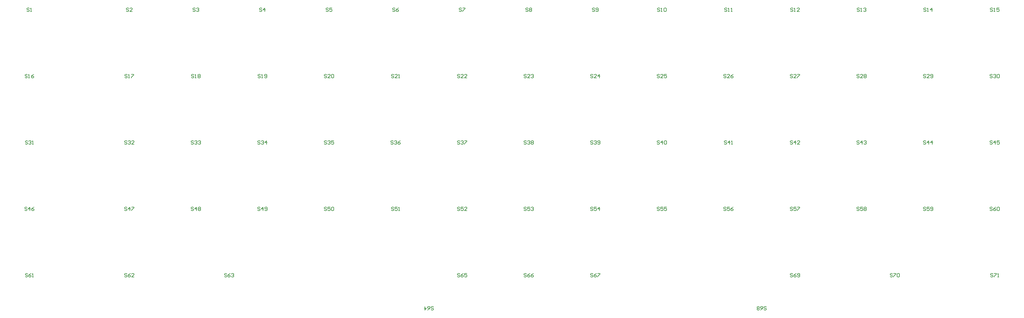
<source format=gbr>
%TF.GenerationSoftware,Altium Limited,Altium Designer,20.2.6 (244)*%
G04 Layer_Color=65535*
%FSLAX45Y45*%
%MOMM*%
%TF.SameCoordinates,2F107FE3-984A-4B75-92AE-308BEDE16AF6*%
%TF.FilePolarity,Positive*%
%TF.FileFunction,Legend,Top*%
%TF.Part,Single*%
G01*
G75*
%TA.AperFunction,NonConductor*%
%ADD40C,0.20000*%
D40*
X5172105Y-5205427D02*
X5155444Y-5188766D01*
X5122121D01*
X5105460Y-5205427D01*
Y-5222089D01*
X5122121Y-5238750D01*
X5155444D01*
X5172105Y-5255411D01*
Y-5272073D01*
X5155444Y-5288734D01*
X5122121D01*
X5105460Y-5272073D01*
X5272073Y-5188766D02*
X5205427D01*
Y-5238750D01*
X5238750Y-5222089D01*
X5255411D01*
X5272073Y-5238750D01*
Y-5272073D01*
X5255411Y-5288734D01*
X5222089D01*
X5205427Y-5272073D01*
X5372040Y-5188766D02*
X5338718Y-5205427D01*
X5305395Y-5238750D01*
Y-5272073D01*
X5322057Y-5288734D01*
X5355379D01*
X5372040Y-5272073D01*
Y-5255411D01*
X5355379Y-5238750D01*
X5305395D01*
X12792105Y-1395427D02*
X12775444Y-1378766D01*
X12742121D01*
X12725460Y-1395427D01*
Y-1412089D01*
X12742121Y-1428750D01*
X12775444D01*
X12792105Y-1445411D01*
Y-1462073D01*
X12775444Y-1478734D01*
X12742121D01*
X12725460Y-1462073D01*
X12825427Y-1395427D02*
X12842088Y-1378766D01*
X12875410D01*
X12892073Y-1395427D01*
Y-1412089D01*
X12875410Y-1428750D01*
X12858749D01*
X12875410D01*
X12892073Y-1445411D01*
Y-1462073D01*
X12875410Y-1478734D01*
X12842088D01*
X12825427Y-1462073D01*
X12925395Y-1395427D02*
X12942056Y-1378766D01*
X12975378D01*
X12992039Y-1395427D01*
Y-1462073D01*
X12975378Y-1478734D01*
X12942056D01*
X12925395Y-1462073D01*
Y-1395427D01*
X-14822066D02*
X-14838725Y-1378766D01*
X-14872047D01*
X-14888710Y-1395427D01*
Y-1412089D01*
X-14872047Y-1428750D01*
X-14838725D01*
X-14822066Y-1445411D01*
Y-1462073D01*
X-14838725Y-1478734D01*
X-14872047D01*
X-14888710Y-1462073D01*
X-14788742Y-1478734D02*
X-14755418D01*
X-14772079D01*
Y-1378766D01*
X-14788742Y-1395427D01*
X-14638789Y-1378766D02*
X-14672113Y-1395427D01*
X-14705435Y-1428750D01*
Y-1462073D01*
X-14688774Y-1478734D01*
X-14655452D01*
X-14638789Y-1462073D01*
Y-1445411D01*
X-14655452Y-1428750D01*
X-14705435D01*
X12800435Y509573D02*
X12783774Y526234D01*
X12750452D01*
X12733790Y509573D01*
Y492911D01*
X12750452Y476250D01*
X12783774D01*
X12800435Y459589D01*
Y442927D01*
X12783774Y426266D01*
X12750452D01*
X12733790Y442927D01*
X12833759Y426266D02*
X12867081D01*
X12850420D01*
Y526234D01*
X12833759Y509573D01*
X12983710Y526234D02*
X12917065D01*
Y476250D01*
X12950388Y492911D01*
X12967049D01*
X12983710Y476250D01*
Y442927D01*
X12967049Y426266D01*
X12933727D01*
X12917065Y442927D01*
X-14763750Y509573D02*
X-14780411Y526234D01*
X-14813734D01*
X-14830396Y509573D01*
Y492911D01*
X-14813734Y476250D01*
X-14780411D01*
X-14763750Y459589D01*
Y442927D01*
X-14780411Y426266D01*
X-14813734D01*
X-14830396Y442927D01*
X-14730428Y426266D02*
X-14697105D01*
X-14713766D01*
Y526234D01*
X-14730428Y509573D01*
X12808766Y-7110427D02*
X12792105Y-7093766D01*
X12758782D01*
X12742121Y-7110427D01*
Y-7127089D01*
X12758782Y-7143750D01*
X12792105D01*
X12808766Y-7160411D01*
Y-7177073D01*
X12792105Y-7193734D01*
X12758782D01*
X12742121Y-7177073D01*
X12842088Y-7093766D02*
X12908734D01*
Y-7110427D01*
X12842088Y-7177073D01*
Y-7193734D01*
X12942056D02*
X12975378D01*
X12958717D01*
Y-7093766D01*
X12942056Y-7110427D01*
X9934605D02*
X9917944Y-7093766D01*
X9884621D01*
X9867960Y-7110427D01*
Y-7127089D01*
X9884621Y-7143750D01*
X9917944D01*
X9934605Y-7160411D01*
Y-7177073D01*
X9917944Y-7193734D01*
X9884621D01*
X9867960Y-7177073D01*
X9967927Y-7093766D02*
X10034573D01*
Y-7110427D01*
X9967927Y-7177073D01*
Y-7193734D01*
X10067895Y-7110427D02*
X10084557Y-7093766D01*
X10117879D01*
X10134540Y-7110427D01*
Y-7177073D01*
X10117879Y-7193734D01*
X10084557D01*
X10067895Y-7177073D01*
Y-7110427D01*
X7077105D02*
X7060444Y-7093766D01*
X7027121D01*
X7010460Y-7110427D01*
Y-7127089D01*
X7027121Y-7143750D01*
X7060444D01*
X7077105Y-7160411D01*
Y-7177073D01*
X7060444Y-7193734D01*
X7027121D01*
X7010460Y-7177073D01*
X7177073Y-7093766D02*
X7143750Y-7110427D01*
X7110427Y-7143750D01*
Y-7177073D01*
X7127089Y-7193734D01*
X7160411D01*
X7177073Y-7177073D01*
Y-7160411D01*
X7160411Y-7143750D01*
X7110427D01*
X7210395Y-7177073D02*
X7227057Y-7193734D01*
X7260379D01*
X7277040Y-7177073D01*
Y-7110427D01*
X7260379Y-7093766D01*
X7227057D01*
X7210395Y-7110427D01*
Y-7127089D01*
X7227057Y-7143750D01*
X7277040D01*
X6257895Y-8129573D02*
X6274556Y-8146234D01*
X6307878D01*
X6324540Y-8129573D01*
Y-8112912D01*
X6307878Y-8096251D01*
X6274556D01*
X6257895Y-8079589D01*
Y-8062928D01*
X6274556Y-8046267D01*
X6307878D01*
X6324540Y-8062928D01*
X6157927Y-8146234D02*
X6191249Y-8129573D01*
X6224572Y-8096251D01*
Y-8062928D01*
X6207911Y-8046267D01*
X6174588D01*
X6157927Y-8062928D01*
Y-8079589D01*
X6174588Y-8096251D01*
X6224572D01*
X6124604Y-8129573D02*
X6107943Y-8146234D01*
X6074620D01*
X6057959Y-8129573D01*
Y-8112912D01*
X6074620Y-8096251D01*
X6057959Y-8079589D01*
Y-8062928D01*
X6074620Y-8046267D01*
X6107943D01*
X6124604Y-8062928D01*
Y-8079589D01*
X6107943Y-8096251D01*
X6124604Y-8112912D01*
Y-8129573D01*
X6107943Y-8096251D02*
X6074620D01*
X1362105Y-7110427D02*
X1345444Y-7093766D01*
X1312121D01*
X1295460Y-7110427D01*
Y-7127089D01*
X1312121Y-7143750D01*
X1345444D01*
X1362105Y-7160411D01*
Y-7177073D01*
X1345444Y-7193734D01*
X1312121D01*
X1295460Y-7177073D01*
X1462073Y-7093766D02*
X1428750Y-7110427D01*
X1395427Y-7143750D01*
Y-7177073D01*
X1412089Y-7193734D01*
X1445411D01*
X1462073Y-7177073D01*
Y-7160411D01*
X1445411Y-7143750D01*
X1395427D01*
X1495395Y-7093766D02*
X1562040D01*
Y-7110427D01*
X1495395Y-7177073D01*
Y-7193734D01*
X-542895Y-7110427D02*
X-559556Y-7093766D01*
X-592879D01*
X-609540Y-7110427D01*
Y-7127089D01*
X-592879Y-7143750D01*
X-559556D01*
X-542895Y-7160411D01*
Y-7177073D01*
X-559556Y-7193734D01*
X-592879D01*
X-609540Y-7177073D01*
X-442927Y-7093766D02*
X-476250Y-7110427D01*
X-509573Y-7143750D01*
Y-7177073D01*
X-492911Y-7193734D01*
X-459589D01*
X-442927Y-7177073D01*
Y-7160411D01*
X-459589Y-7143750D01*
X-509573D01*
X-342960Y-7093766D02*
X-376282Y-7110427D01*
X-409605Y-7143750D01*
Y-7177073D01*
X-392943Y-7193734D01*
X-359621D01*
X-342960Y-7177073D01*
Y-7160411D01*
X-359621Y-7143750D01*
X-409605D01*
X-2447895Y-7110427D02*
X-2464556Y-7093766D01*
X-2497879D01*
X-2514540Y-7110427D01*
Y-7127089D01*
X-2497879Y-7143750D01*
X-2464556D01*
X-2447895Y-7160411D01*
Y-7177073D01*
X-2464556Y-7193734D01*
X-2497879D01*
X-2514540Y-7177073D01*
X-2347927Y-7093766D02*
X-2381250Y-7110427D01*
X-2414573Y-7143750D01*
Y-7177073D01*
X-2397911Y-7193734D01*
X-2364589D01*
X-2347927Y-7177073D01*
Y-7160411D01*
X-2364589Y-7143750D01*
X-2414573D01*
X-2247960Y-7093766D02*
X-2314605D01*
Y-7143750D01*
X-2281282Y-7127089D01*
X-2264621D01*
X-2247960Y-7143750D01*
Y-7177073D01*
X-2264621Y-7193734D01*
X-2297943D01*
X-2314605Y-7177073D01*
X-3267105Y-8129573D02*
X-3250444Y-8146234D01*
X-3217122D01*
X-3200460Y-8129573D01*
Y-8112912D01*
X-3217122Y-8096251D01*
X-3250444D01*
X-3267105Y-8079589D01*
Y-8062928D01*
X-3250444Y-8046267D01*
X-3217122D01*
X-3200460Y-8062928D01*
X-3367073Y-8146234D02*
X-3333751Y-8129573D01*
X-3300428Y-8096251D01*
Y-8062928D01*
X-3317089Y-8046267D01*
X-3350412D01*
X-3367073Y-8062928D01*
Y-8079589D01*
X-3350412Y-8096251D01*
X-3300428D01*
X-3450380Y-8046267D02*
Y-8146234D01*
X-3400396Y-8096251D01*
X-3467041D01*
X-9115395Y-7110427D02*
X-9132056Y-7093766D01*
X-9165379D01*
X-9182040Y-7110427D01*
Y-7127089D01*
X-9165379Y-7143750D01*
X-9132056D01*
X-9115395Y-7160411D01*
Y-7177073D01*
X-9132056Y-7193734D01*
X-9165379D01*
X-9182040Y-7177073D01*
X-9015427Y-7093766D02*
X-9048750Y-7110427D01*
X-9082073Y-7143750D01*
Y-7177073D01*
X-9065411Y-7193734D01*
X-9032089D01*
X-9015427Y-7177073D01*
Y-7160411D01*
X-9032089Y-7143750D01*
X-9082073D01*
X-8982105Y-7110427D02*
X-8965443Y-7093766D01*
X-8932121D01*
X-8915460Y-7110427D01*
Y-7127089D01*
X-8932121Y-7143750D01*
X-8948782D01*
X-8932121D01*
X-8915460Y-7160411D01*
Y-7177073D01*
X-8932121Y-7193734D01*
X-8965443D01*
X-8982105Y-7177073D01*
X-11972895Y-7110427D02*
X-11989556Y-7093766D01*
X-12022879D01*
X-12039540Y-7110427D01*
Y-7127089D01*
X-12022879Y-7143750D01*
X-11989556D01*
X-11972895Y-7160411D01*
Y-7177073D01*
X-11989556Y-7193734D01*
X-12022879D01*
X-12039540Y-7177073D01*
X-11872927Y-7093766D02*
X-11906250Y-7110427D01*
X-11939573Y-7143750D01*
Y-7177073D01*
X-11922911Y-7193734D01*
X-11889589D01*
X-11872927Y-7177073D01*
Y-7160411D01*
X-11889589Y-7143750D01*
X-11939573D01*
X-11772960Y-7193734D02*
X-11839605D01*
X-11772960Y-7127089D01*
Y-7110427D01*
X-11789621Y-7093766D01*
X-11822943D01*
X-11839605Y-7110427D01*
X-14813734D02*
X-14830396Y-7093766D01*
X-14863718D01*
X-14880379Y-7110427D01*
Y-7127089D01*
X-14863718Y-7143750D01*
X-14830396D01*
X-14813734Y-7160411D01*
Y-7177073D01*
X-14830396Y-7193734D01*
X-14863718D01*
X-14880379Y-7177073D01*
X-14713766Y-7093766D02*
X-14747089Y-7110427D01*
X-14780411Y-7143750D01*
Y-7177073D01*
X-14763750Y-7193734D01*
X-14730428D01*
X-14713766Y-7177073D01*
Y-7160411D01*
X-14730428Y-7143750D01*
X-14780411D01*
X-14680443Y-7193734D02*
X-14647121D01*
X-14663782D01*
Y-7093766D01*
X-14680443Y-7110427D01*
X12792105Y-5205427D02*
X12775444Y-5188766D01*
X12742121D01*
X12725460Y-5205427D01*
Y-5222089D01*
X12742121Y-5238750D01*
X12775444D01*
X12792105Y-5255411D01*
Y-5272073D01*
X12775444Y-5288734D01*
X12742121D01*
X12725460Y-5272073D01*
X12892073Y-5188766D02*
X12858749Y-5205427D01*
X12825427Y-5238750D01*
Y-5272073D01*
X12842088Y-5288734D01*
X12875410D01*
X12892073Y-5272073D01*
Y-5255411D01*
X12875410Y-5238750D01*
X12825427D01*
X12925395Y-5205427D02*
X12942056Y-5188766D01*
X12975378D01*
X12992039Y-5205427D01*
Y-5272073D01*
X12975378Y-5288734D01*
X12942056D01*
X12925395Y-5272073D01*
Y-5205427D01*
X10887105D02*
X10870444Y-5188766D01*
X10837121D01*
X10820460Y-5205427D01*
Y-5222089D01*
X10837121Y-5238750D01*
X10870444D01*
X10887105Y-5255411D01*
Y-5272073D01*
X10870444Y-5288734D01*
X10837121D01*
X10820460Y-5272073D01*
X10987073Y-5188766D02*
X10920427D01*
Y-5238750D01*
X10953750Y-5222089D01*
X10970411D01*
X10987073Y-5238750D01*
Y-5272073D01*
X10970411Y-5288734D01*
X10937089D01*
X10920427Y-5272073D01*
X11020395D02*
X11037057Y-5288734D01*
X11070379D01*
X11087040Y-5272073D01*
Y-5205427D01*
X11070379Y-5188766D01*
X11037057D01*
X11020395Y-5205427D01*
Y-5222089D01*
X11037057Y-5238750D01*
X11087040D01*
X8982105Y-5205427D02*
X8965444Y-5188766D01*
X8932121D01*
X8915460Y-5205427D01*
Y-5222089D01*
X8932121Y-5238750D01*
X8965444D01*
X8982105Y-5255411D01*
Y-5272073D01*
X8965444Y-5288734D01*
X8932121D01*
X8915460Y-5272073D01*
X9082073Y-5188766D02*
X9015427D01*
Y-5238750D01*
X9048750Y-5222089D01*
X9065411D01*
X9082073Y-5238750D01*
Y-5272073D01*
X9065411Y-5288734D01*
X9032089D01*
X9015427Y-5272073D01*
X9115395Y-5205427D02*
X9132057Y-5188766D01*
X9165379D01*
X9182040Y-5205427D01*
Y-5222089D01*
X9165379Y-5238750D01*
X9182040Y-5255411D01*
Y-5272073D01*
X9165379Y-5288734D01*
X9132057D01*
X9115395Y-5272073D01*
Y-5255411D01*
X9132057Y-5238750D01*
X9115395Y-5222089D01*
Y-5205427D01*
X9132057Y-5238750D02*
X9165379D01*
X7077105Y-5205427D02*
X7060444Y-5188766D01*
X7027121D01*
X7010460Y-5205427D01*
Y-5222089D01*
X7027121Y-5238750D01*
X7060444D01*
X7077105Y-5255411D01*
Y-5272073D01*
X7060444Y-5288734D01*
X7027121D01*
X7010460Y-5272073D01*
X7177073Y-5188766D02*
X7110427D01*
Y-5238750D01*
X7143750Y-5222089D01*
X7160411D01*
X7177073Y-5238750D01*
Y-5272073D01*
X7160411Y-5288734D01*
X7127089D01*
X7110427Y-5272073D01*
X7210395Y-5188766D02*
X7277040D01*
Y-5205427D01*
X7210395Y-5272073D01*
Y-5288734D01*
X3267105Y-5205427D02*
X3250444Y-5188766D01*
X3217121D01*
X3200460Y-5205427D01*
Y-5222089D01*
X3217121Y-5238750D01*
X3250444D01*
X3267105Y-5255411D01*
Y-5272073D01*
X3250444Y-5288734D01*
X3217121D01*
X3200460Y-5272073D01*
X3367073Y-5188766D02*
X3300427D01*
Y-5238750D01*
X3333750Y-5222089D01*
X3350411D01*
X3367073Y-5238750D01*
Y-5272073D01*
X3350411Y-5288734D01*
X3317089D01*
X3300427Y-5272073D01*
X3467040Y-5188766D02*
X3400395D01*
Y-5238750D01*
X3433718Y-5222089D01*
X3450379D01*
X3467040Y-5238750D01*
Y-5272073D01*
X3450379Y-5288734D01*
X3417057D01*
X3400395Y-5272073D01*
X1362105Y-5205427D02*
X1345444Y-5188766D01*
X1312121D01*
X1295460Y-5205427D01*
Y-5222089D01*
X1312121Y-5238750D01*
X1345444D01*
X1362105Y-5255411D01*
Y-5272073D01*
X1345444Y-5288734D01*
X1312121D01*
X1295460Y-5272073D01*
X1462073Y-5188766D02*
X1395427D01*
Y-5238750D01*
X1428750Y-5222089D01*
X1445411D01*
X1462073Y-5238750D01*
Y-5272073D01*
X1445411Y-5288734D01*
X1412089D01*
X1395427Y-5272073D01*
X1545379Y-5288734D02*
Y-5188766D01*
X1495395Y-5238750D01*
X1562040D01*
X-542895Y-5205427D02*
X-559556Y-5188766D01*
X-592879D01*
X-609540Y-5205427D01*
Y-5222089D01*
X-592879Y-5238750D01*
X-559556D01*
X-542895Y-5255411D01*
Y-5272073D01*
X-559556Y-5288734D01*
X-592879D01*
X-609540Y-5272073D01*
X-442927Y-5188766D02*
X-509573D01*
Y-5238750D01*
X-476250Y-5222089D01*
X-459589D01*
X-442927Y-5238750D01*
Y-5272073D01*
X-459589Y-5288734D01*
X-492911D01*
X-509573Y-5272073D01*
X-409605Y-5205427D02*
X-392943Y-5188766D01*
X-359621D01*
X-342960Y-5205427D01*
Y-5222089D01*
X-359621Y-5238750D01*
X-376282D01*
X-359621D01*
X-342960Y-5255411D01*
Y-5272073D01*
X-359621Y-5288734D01*
X-392943D01*
X-409605Y-5272073D01*
X-2447895Y-5205427D02*
X-2464556Y-5188766D01*
X-2497879D01*
X-2514540Y-5205427D01*
Y-5222089D01*
X-2497879Y-5238750D01*
X-2464556D01*
X-2447895Y-5255411D01*
Y-5272073D01*
X-2464556Y-5288734D01*
X-2497879D01*
X-2514540Y-5272073D01*
X-2347927Y-5188766D02*
X-2414573D01*
Y-5238750D01*
X-2381250Y-5222089D01*
X-2364589D01*
X-2347927Y-5238750D01*
Y-5272073D01*
X-2364589Y-5288734D01*
X-2397911D01*
X-2414573Y-5272073D01*
X-2247960Y-5288734D02*
X-2314605D01*
X-2247960Y-5222089D01*
Y-5205427D01*
X-2264621Y-5188766D01*
X-2297943D01*
X-2314605Y-5205427D01*
X-4336234D02*
X-4352895Y-5188766D01*
X-4386218D01*
X-4402879Y-5205427D01*
Y-5222089D01*
X-4386218Y-5238750D01*
X-4352895D01*
X-4336234Y-5255411D01*
Y-5272073D01*
X-4352895Y-5288734D01*
X-4386218D01*
X-4402879Y-5272073D01*
X-4236266Y-5188766D02*
X-4302911D01*
Y-5238750D01*
X-4269589Y-5222089D01*
X-4252927D01*
X-4236266Y-5238750D01*
Y-5272073D01*
X-4252927Y-5288734D01*
X-4286250D01*
X-4302911Y-5272073D01*
X-4202943Y-5288734D02*
X-4169621D01*
X-4186282D01*
Y-5188766D01*
X-4202943Y-5205427D01*
X-6257895D02*
X-6274556Y-5188766D01*
X-6307879D01*
X-6324540Y-5205427D01*
Y-5222089D01*
X-6307879Y-5238750D01*
X-6274556D01*
X-6257895Y-5255411D01*
Y-5272073D01*
X-6274556Y-5288734D01*
X-6307879D01*
X-6324540Y-5272073D01*
X-6157927Y-5188766D02*
X-6224573D01*
Y-5238750D01*
X-6191250Y-5222089D01*
X-6174589D01*
X-6157927Y-5238750D01*
Y-5272073D01*
X-6174589Y-5288734D01*
X-6207911D01*
X-6224573Y-5272073D01*
X-6124605Y-5205427D02*
X-6107943Y-5188766D01*
X-6074621D01*
X-6057960Y-5205427D01*
Y-5272073D01*
X-6074621Y-5288734D01*
X-6107943D01*
X-6124605Y-5272073D01*
Y-5205427D01*
X-8162895D02*
X-8179556Y-5188766D01*
X-8212879D01*
X-8229540Y-5205427D01*
Y-5222089D01*
X-8212879Y-5238750D01*
X-8179556D01*
X-8162895Y-5255411D01*
Y-5272073D01*
X-8179556Y-5288734D01*
X-8212879D01*
X-8229540Y-5272073D01*
X-8079589Y-5288734D02*
Y-5188766D01*
X-8129573Y-5238750D01*
X-8062927D01*
X-8029605Y-5272073D02*
X-8012943Y-5288734D01*
X-7979621D01*
X-7962960Y-5272073D01*
Y-5205427D01*
X-7979621Y-5188766D01*
X-8012943D01*
X-8029605Y-5205427D01*
Y-5222089D01*
X-8012943Y-5238750D01*
X-7962960D01*
X-10067895Y-5205427D02*
X-10084556Y-5188766D01*
X-10117879D01*
X-10134540Y-5205427D01*
Y-5222089D01*
X-10117879Y-5238750D01*
X-10084556D01*
X-10067895Y-5255411D01*
Y-5272073D01*
X-10084556Y-5288734D01*
X-10117879D01*
X-10134540Y-5272073D01*
X-9984589Y-5288734D02*
Y-5188766D01*
X-10034573Y-5238750D01*
X-9967927D01*
X-9934605Y-5205427D02*
X-9917943Y-5188766D01*
X-9884621D01*
X-9867960Y-5205427D01*
Y-5222089D01*
X-9884621Y-5238750D01*
X-9867960Y-5255411D01*
Y-5272073D01*
X-9884621Y-5288734D01*
X-9917943D01*
X-9934605Y-5272073D01*
Y-5255411D01*
X-9917943Y-5238750D01*
X-9934605Y-5222089D01*
Y-5205427D01*
X-9917943Y-5238750D02*
X-9884621D01*
X-11972895Y-5205427D02*
X-11989556Y-5188766D01*
X-12022879D01*
X-12039540Y-5205427D01*
Y-5222089D01*
X-12022879Y-5238750D01*
X-11989556D01*
X-11972895Y-5255411D01*
Y-5272073D01*
X-11989556Y-5288734D01*
X-12022879D01*
X-12039540Y-5272073D01*
X-11889589Y-5288734D02*
Y-5188766D01*
X-11939573Y-5238750D01*
X-11872927D01*
X-11839605Y-5188766D02*
X-11772960D01*
Y-5205427D01*
X-11839605Y-5272073D01*
Y-5288734D01*
X-14830396Y-5205427D02*
X-14847057Y-5188766D01*
X-14880379D01*
X-14897040Y-5205427D01*
Y-5222089D01*
X-14880379Y-5238750D01*
X-14847057D01*
X-14830396Y-5255411D01*
Y-5272073D01*
X-14847057Y-5288734D01*
X-14880379D01*
X-14897040Y-5272073D01*
X-14747089Y-5288734D02*
Y-5188766D01*
X-14797073Y-5238750D01*
X-14730428D01*
X-14630460Y-5188766D02*
X-14663782Y-5205427D01*
X-14697105Y-5238750D01*
Y-5272073D01*
X-14680443Y-5288734D01*
X-14647121D01*
X-14630460Y-5272073D01*
Y-5255411D01*
X-14647121Y-5238750D01*
X-14697105D01*
X12792105Y-3300427D02*
X12775444Y-3283766D01*
X12742121D01*
X12725460Y-3300427D01*
Y-3317089D01*
X12742121Y-3333750D01*
X12775444D01*
X12792105Y-3350411D01*
Y-3367073D01*
X12775444Y-3383734D01*
X12742121D01*
X12725460Y-3367073D01*
X12875410Y-3383734D02*
Y-3283766D01*
X12825427Y-3333750D01*
X12892073D01*
X12992039Y-3283766D02*
X12925395D01*
Y-3333750D01*
X12958717Y-3317089D01*
X12975378D01*
X12992039Y-3333750D01*
Y-3367073D01*
X12975378Y-3383734D01*
X12942056D01*
X12925395Y-3367073D01*
X10887105Y-3300427D02*
X10870444Y-3283766D01*
X10837121D01*
X10820460Y-3300427D01*
Y-3317089D01*
X10837121Y-3333750D01*
X10870444D01*
X10887105Y-3350411D01*
Y-3367073D01*
X10870444Y-3383734D01*
X10837121D01*
X10820460Y-3367073D01*
X10970411Y-3383734D02*
Y-3283766D01*
X10920427Y-3333750D01*
X10987073D01*
X11070379Y-3383734D02*
Y-3283766D01*
X11020395Y-3333750D01*
X11087040D01*
X8982105Y-3300427D02*
X8965444Y-3283766D01*
X8932121D01*
X8915460Y-3300427D01*
Y-3317089D01*
X8932121Y-3333750D01*
X8965444D01*
X8982105Y-3350411D01*
Y-3367073D01*
X8965444Y-3383734D01*
X8932121D01*
X8915460Y-3367073D01*
X9065411Y-3383734D02*
Y-3283766D01*
X9015427Y-3333750D01*
X9082073D01*
X9115395Y-3300427D02*
X9132057Y-3283766D01*
X9165379D01*
X9182040Y-3300427D01*
Y-3317089D01*
X9165379Y-3333750D01*
X9148718D01*
X9165379D01*
X9182040Y-3350411D01*
Y-3367073D01*
X9165379Y-3383734D01*
X9132057D01*
X9115395Y-3367073D01*
X7077105Y-3300427D02*
X7060444Y-3283766D01*
X7027121D01*
X7010460Y-3300427D01*
Y-3317089D01*
X7027121Y-3333750D01*
X7060444D01*
X7077105Y-3350411D01*
Y-3367073D01*
X7060444Y-3383734D01*
X7027121D01*
X7010460Y-3367073D01*
X7160411Y-3383734D02*
Y-3283766D01*
X7110427Y-3333750D01*
X7177073D01*
X7277040Y-3383734D02*
X7210395D01*
X7277040Y-3317089D01*
Y-3300427D01*
X7260379Y-3283766D01*
X7227057D01*
X7210395Y-3300427D01*
X5188766D02*
X5172105Y-3283766D01*
X5138782D01*
X5122121Y-3300427D01*
Y-3317089D01*
X5138782Y-3333750D01*
X5172105D01*
X5188766Y-3350411D01*
Y-3367073D01*
X5172105Y-3383734D01*
X5138782D01*
X5122121Y-3367073D01*
X5272073Y-3383734D02*
Y-3283766D01*
X5222089Y-3333750D01*
X5288734D01*
X5322057Y-3383734D02*
X5355379D01*
X5338718D01*
Y-3283766D01*
X5322057Y-3300427D01*
X3267105D02*
X3250444Y-3283766D01*
X3217121D01*
X3200460Y-3300427D01*
Y-3317089D01*
X3217121Y-3333750D01*
X3250444D01*
X3267105Y-3350411D01*
Y-3367073D01*
X3250444Y-3383734D01*
X3217121D01*
X3200460Y-3367073D01*
X3350411Y-3383734D02*
Y-3283766D01*
X3300427Y-3333750D01*
X3367073D01*
X3400395Y-3300427D02*
X3417057Y-3283766D01*
X3450379D01*
X3467040Y-3300427D01*
Y-3367073D01*
X3450379Y-3383734D01*
X3417057D01*
X3400395Y-3367073D01*
Y-3300427D01*
X1362105D02*
X1345444Y-3283766D01*
X1312121D01*
X1295460Y-3300427D01*
Y-3317089D01*
X1312121Y-3333750D01*
X1345444D01*
X1362105Y-3350411D01*
Y-3367073D01*
X1345444Y-3383734D01*
X1312121D01*
X1295460Y-3367073D01*
X1395427Y-3300427D02*
X1412089Y-3283766D01*
X1445411D01*
X1462073Y-3300427D01*
Y-3317089D01*
X1445411Y-3333750D01*
X1428750D01*
X1445411D01*
X1462073Y-3350411D01*
Y-3367073D01*
X1445411Y-3383734D01*
X1412089D01*
X1395427Y-3367073D01*
X1495395D02*
X1512057Y-3383734D01*
X1545379D01*
X1562040Y-3367073D01*
Y-3300427D01*
X1545379Y-3283766D01*
X1512057D01*
X1495395Y-3300427D01*
Y-3317089D01*
X1512057Y-3333750D01*
X1562040D01*
X-542895Y-3300427D02*
X-559556Y-3283766D01*
X-592879D01*
X-609540Y-3300427D01*
Y-3317089D01*
X-592879Y-3333750D01*
X-559556D01*
X-542895Y-3350411D01*
Y-3367073D01*
X-559556Y-3383734D01*
X-592879D01*
X-609540Y-3367073D01*
X-509573Y-3300427D02*
X-492911Y-3283766D01*
X-459589D01*
X-442927Y-3300427D01*
Y-3317089D01*
X-459589Y-3333750D01*
X-476250D01*
X-459589D01*
X-442927Y-3350411D01*
Y-3367073D01*
X-459589Y-3383734D01*
X-492911D01*
X-509573Y-3367073D01*
X-409605Y-3300427D02*
X-392943Y-3283766D01*
X-359621D01*
X-342960Y-3300427D01*
Y-3317089D01*
X-359621Y-3333750D01*
X-342960Y-3350411D01*
Y-3367073D01*
X-359621Y-3383734D01*
X-392943D01*
X-409605Y-3367073D01*
Y-3350411D01*
X-392943Y-3333750D01*
X-409605Y-3317089D01*
Y-3300427D01*
X-392943Y-3333750D02*
X-359621D01*
X-2447895Y-3300427D02*
X-2464556Y-3283766D01*
X-2497879D01*
X-2514540Y-3300427D01*
Y-3317089D01*
X-2497879Y-3333750D01*
X-2464556D01*
X-2447895Y-3350411D01*
Y-3367073D01*
X-2464556Y-3383734D01*
X-2497879D01*
X-2514540Y-3367073D01*
X-2414573Y-3300427D02*
X-2397911Y-3283766D01*
X-2364589D01*
X-2347927Y-3300427D01*
Y-3317089D01*
X-2364589Y-3333750D01*
X-2381250D01*
X-2364589D01*
X-2347927Y-3350411D01*
Y-3367073D01*
X-2364589Y-3383734D01*
X-2397911D01*
X-2414573Y-3367073D01*
X-2314605Y-3283766D02*
X-2247960D01*
Y-3300427D01*
X-2314605Y-3367073D01*
Y-3383734D01*
X-4352895Y-3300427D02*
X-4369556Y-3283766D01*
X-4402879D01*
X-4419540Y-3300427D01*
Y-3317089D01*
X-4402879Y-3333750D01*
X-4369556D01*
X-4352895Y-3350411D01*
Y-3367073D01*
X-4369556Y-3383734D01*
X-4402879D01*
X-4419540Y-3367073D01*
X-4319573Y-3300427D02*
X-4302911Y-3283766D01*
X-4269589D01*
X-4252927Y-3300427D01*
Y-3317089D01*
X-4269589Y-3333750D01*
X-4286250D01*
X-4269589D01*
X-4252927Y-3350411D01*
Y-3367073D01*
X-4269589Y-3383734D01*
X-4302911D01*
X-4319573Y-3367073D01*
X-4152960Y-3283766D02*
X-4186282Y-3300427D01*
X-4219605Y-3333750D01*
Y-3367073D01*
X-4202943Y-3383734D01*
X-4169621D01*
X-4152960Y-3367073D01*
Y-3350411D01*
X-4169621Y-3333750D01*
X-4219605D01*
X-6257895Y-3300427D02*
X-6274556Y-3283766D01*
X-6307879D01*
X-6324540Y-3300427D01*
Y-3317089D01*
X-6307879Y-3333750D01*
X-6274556D01*
X-6257895Y-3350411D01*
Y-3367073D01*
X-6274556Y-3383734D01*
X-6307879D01*
X-6324540Y-3367073D01*
X-6224573Y-3300427D02*
X-6207911Y-3283766D01*
X-6174589D01*
X-6157927Y-3300427D01*
Y-3317089D01*
X-6174589Y-3333750D01*
X-6191250D01*
X-6174589D01*
X-6157927Y-3350411D01*
Y-3367073D01*
X-6174589Y-3383734D01*
X-6207911D01*
X-6224573Y-3367073D01*
X-6057960Y-3283766D02*
X-6124605D01*
Y-3333750D01*
X-6091282Y-3317089D01*
X-6074621D01*
X-6057960Y-3333750D01*
Y-3367073D01*
X-6074621Y-3383734D01*
X-6107943D01*
X-6124605Y-3367073D01*
X-8162895Y-3300427D02*
X-8179556Y-3283766D01*
X-8212879D01*
X-8229540Y-3300427D01*
Y-3317089D01*
X-8212879Y-3333750D01*
X-8179556D01*
X-8162895Y-3350411D01*
Y-3367073D01*
X-8179556Y-3383734D01*
X-8212879D01*
X-8229540Y-3367073D01*
X-8129573Y-3300427D02*
X-8112911Y-3283766D01*
X-8079589D01*
X-8062927Y-3300427D01*
Y-3317089D01*
X-8079589Y-3333750D01*
X-8096250D01*
X-8079589D01*
X-8062927Y-3350411D01*
Y-3367073D01*
X-8079589Y-3383734D01*
X-8112911D01*
X-8129573Y-3367073D01*
X-7979621Y-3383734D02*
Y-3283766D01*
X-8029605Y-3333750D01*
X-7962960D01*
X-10067895Y-3300427D02*
X-10084556Y-3283766D01*
X-10117879D01*
X-10134540Y-3300427D01*
Y-3317089D01*
X-10117879Y-3333750D01*
X-10084556D01*
X-10067895Y-3350411D01*
Y-3367073D01*
X-10084556Y-3383734D01*
X-10117879D01*
X-10134540Y-3367073D01*
X-10034573Y-3300427D02*
X-10017911Y-3283766D01*
X-9984589D01*
X-9967927Y-3300427D01*
Y-3317089D01*
X-9984589Y-3333750D01*
X-10001250D01*
X-9984589D01*
X-9967927Y-3350411D01*
Y-3367073D01*
X-9984589Y-3383734D01*
X-10017911D01*
X-10034573Y-3367073D01*
X-9934605Y-3300427D02*
X-9917943Y-3283766D01*
X-9884621D01*
X-9867960Y-3300427D01*
Y-3317089D01*
X-9884621Y-3333750D01*
X-9901282D01*
X-9884621D01*
X-9867960Y-3350411D01*
Y-3367073D01*
X-9884621Y-3383734D01*
X-9917943D01*
X-9934605Y-3367073D01*
X-11972895Y-3300427D02*
X-11989556Y-3283766D01*
X-12022879D01*
X-12039540Y-3300427D01*
Y-3317089D01*
X-12022879Y-3333750D01*
X-11989556D01*
X-11972895Y-3350411D01*
Y-3367073D01*
X-11989556Y-3383734D01*
X-12022879D01*
X-12039540Y-3367073D01*
X-11939573Y-3300427D02*
X-11922911Y-3283766D01*
X-11889589D01*
X-11872927Y-3300427D01*
Y-3317089D01*
X-11889589Y-3333750D01*
X-11906250D01*
X-11889589D01*
X-11872927Y-3350411D01*
Y-3367073D01*
X-11889589Y-3383734D01*
X-11922911D01*
X-11939573Y-3367073D01*
X-11772960Y-3383734D02*
X-11839605D01*
X-11772960Y-3317089D01*
Y-3300427D01*
X-11789621Y-3283766D01*
X-11822943D01*
X-11839605Y-3300427D01*
X-14813734D02*
X-14830396Y-3283766D01*
X-14863718D01*
X-14880379Y-3300427D01*
Y-3317089D01*
X-14863718Y-3333750D01*
X-14830396D01*
X-14813734Y-3350411D01*
Y-3367073D01*
X-14830396Y-3383734D01*
X-14863718D01*
X-14880379Y-3367073D01*
X-14780411Y-3300427D02*
X-14763750Y-3283766D01*
X-14730428D01*
X-14713766Y-3300427D01*
Y-3317089D01*
X-14730428Y-3333750D01*
X-14747089D01*
X-14730428D01*
X-14713766Y-3350411D01*
Y-3367073D01*
X-14730428Y-3383734D01*
X-14763750D01*
X-14780411Y-3367073D01*
X-14680443Y-3383734D02*
X-14647121D01*
X-14663782D01*
Y-3283766D01*
X-14680443Y-3300427D01*
X10887105Y-1395427D02*
X10870444Y-1378766D01*
X10837121D01*
X10820460Y-1395427D01*
Y-1412089D01*
X10837121Y-1428750D01*
X10870444D01*
X10887105Y-1445411D01*
Y-1462073D01*
X10870444Y-1478734D01*
X10837121D01*
X10820460Y-1462073D01*
X10987073Y-1478734D02*
X10920427D01*
X10987073Y-1412089D01*
Y-1395427D01*
X10970411Y-1378766D01*
X10937089D01*
X10920427Y-1395427D01*
X11020395Y-1462073D02*
X11037057Y-1478734D01*
X11070379D01*
X11087040Y-1462073D01*
Y-1395427D01*
X11070379Y-1378766D01*
X11037057D01*
X11020395Y-1395427D01*
Y-1412089D01*
X11037057Y-1428750D01*
X11087040D01*
X8982105Y-1395427D02*
X8965444Y-1378766D01*
X8932121D01*
X8915460Y-1395427D01*
Y-1412089D01*
X8932121Y-1428750D01*
X8965444D01*
X8982105Y-1445411D01*
Y-1462073D01*
X8965444Y-1478734D01*
X8932121D01*
X8915460Y-1462073D01*
X9082073Y-1478734D02*
X9015427D01*
X9082073Y-1412089D01*
Y-1395427D01*
X9065411Y-1378766D01*
X9032089D01*
X9015427Y-1395427D01*
X9115395D02*
X9132057Y-1378766D01*
X9165379D01*
X9182040Y-1395427D01*
Y-1412089D01*
X9165379Y-1428750D01*
X9182040Y-1445411D01*
Y-1462073D01*
X9165379Y-1478734D01*
X9132057D01*
X9115395Y-1462073D01*
Y-1445411D01*
X9132057Y-1428750D01*
X9115395Y-1412089D01*
Y-1395427D01*
X9132057Y-1428750D02*
X9165379D01*
X7077105Y-1395427D02*
X7060444Y-1378766D01*
X7027121D01*
X7010460Y-1395427D01*
Y-1412089D01*
X7027121Y-1428750D01*
X7060444D01*
X7077105Y-1445411D01*
Y-1462073D01*
X7060444Y-1478734D01*
X7027121D01*
X7010460Y-1462073D01*
X7177073Y-1478734D02*
X7110427D01*
X7177073Y-1412089D01*
Y-1395427D01*
X7160411Y-1378766D01*
X7127089D01*
X7110427Y-1395427D01*
X7210395Y-1378766D02*
X7277040D01*
Y-1395427D01*
X7210395Y-1462073D01*
Y-1478734D01*
X5172105Y-1395427D02*
X5155444Y-1378766D01*
X5122121D01*
X5105460Y-1395427D01*
Y-1412089D01*
X5122121Y-1428750D01*
X5155444D01*
X5172105Y-1445411D01*
Y-1462073D01*
X5155444Y-1478734D01*
X5122121D01*
X5105460Y-1462073D01*
X5272073Y-1478734D02*
X5205427D01*
X5272073Y-1412089D01*
Y-1395427D01*
X5255411Y-1378766D01*
X5222089D01*
X5205427Y-1395427D01*
X5372040Y-1378766D02*
X5338718Y-1395427D01*
X5305395Y-1428750D01*
Y-1462073D01*
X5322057Y-1478734D01*
X5355379D01*
X5372040Y-1462073D01*
Y-1445411D01*
X5355379Y-1428750D01*
X5305395D01*
X3267105Y-1395427D02*
X3250444Y-1378766D01*
X3217121D01*
X3200460Y-1395427D01*
Y-1412089D01*
X3217121Y-1428750D01*
X3250444D01*
X3267105Y-1445411D01*
Y-1462073D01*
X3250444Y-1478734D01*
X3217121D01*
X3200460Y-1462073D01*
X3367073Y-1478734D02*
X3300427D01*
X3367073Y-1412089D01*
Y-1395427D01*
X3350411Y-1378766D01*
X3317089D01*
X3300427Y-1395427D01*
X3467040Y-1378766D02*
X3400395D01*
Y-1428750D01*
X3433718Y-1412089D01*
X3450379D01*
X3467040Y-1428750D01*
Y-1462073D01*
X3450379Y-1478734D01*
X3417057D01*
X3400395Y-1462073D01*
X1362105Y-1395427D02*
X1345444Y-1378766D01*
X1312121D01*
X1295460Y-1395427D01*
Y-1412089D01*
X1312121Y-1428750D01*
X1345444D01*
X1362105Y-1445411D01*
Y-1462073D01*
X1345444Y-1478734D01*
X1312121D01*
X1295460Y-1462073D01*
X1462073Y-1478734D02*
X1395427D01*
X1462073Y-1412089D01*
Y-1395427D01*
X1445411Y-1378766D01*
X1412089D01*
X1395427Y-1395427D01*
X1545379Y-1478734D02*
Y-1378766D01*
X1495395Y-1428750D01*
X1562040D01*
X-542895Y-1395427D02*
X-559556Y-1378766D01*
X-592879D01*
X-609540Y-1395427D01*
Y-1412089D01*
X-592879Y-1428750D01*
X-559556D01*
X-542895Y-1445411D01*
Y-1462073D01*
X-559556Y-1478734D01*
X-592879D01*
X-609540Y-1462073D01*
X-442927Y-1478734D02*
X-509573D01*
X-442927Y-1412089D01*
Y-1395427D01*
X-459589Y-1378766D01*
X-492911D01*
X-509573Y-1395427D01*
X-409605D02*
X-392943Y-1378766D01*
X-359621D01*
X-342960Y-1395427D01*
Y-1412089D01*
X-359621Y-1428750D01*
X-376282D01*
X-359621D01*
X-342960Y-1445411D01*
Y-1462073D01*
X-359621Y-1478734D01*
X-392943D01*
X-409605Y-1462073D01*
X-2447895Y-1395427D02*
X-2464556Y-1378766D01*
X-2497879D01*
X-2514540Y-1395427D01*
Y-1412089D01*
X-2497879Y-1428750D01*
X-2464556D01*
X-2447895Y-1445411D01*
Y-1462073D01*
X-2464556Y-1478734D01*
X-2497879D01*
X-2514540Y-1462073D01*
X-2347927Y-1478734D02*
X-2414573D01*
X-2347927Y-1412089D01*
Y-1395427D01*
X-2364589Y-1378766D01*
X-2397911D01*
X-2414573Y-1395427D01*
X-2247960Y-1478734D02*
X-2314605D01*
X-2247960Y-1412089D01*
Y-1395427D01*
X-2264621Y-1378766D01*
X-2297943D01*
X-2314605Y-1395427D01*
X-4336234D02*
X-4352895Y-1378766D01*
X-4386218D01*
X-4402879Y-1395427D01*
Y-1412089D01*
X-4386218Y-1428750D01*
X-4352895D01*
X-4336234Y-1445411D01*
Y-1462073D01*
X-4352895Y-1478734D01*
X-4386218D01*
X-4402879Y-1462073D01*
X-4236266Y-1478734D02*
X-4302911D01*
X-4236266Y-1412089D01*
Y-1395427D01*
X-4252927Y-1378766D01*
X-4286250D01*
X-4302911Y-1395427D01*
X-4202943Y-1478734D02*
X-4169621D01*
X-4186282D01*
Y-1378766D01*
X-4202943Y-1395427D01*
X-6257895D02*
X-6274556Y-1378766D01*
X-6307879D01*
X-6324540Y-1395427D01*
Y-1412089D01*
X-6307879Y-1428750D01*
X-6274556D01*
X-6257895Y-1445411D01*
Y-1462073D01*
X-6274556Y-1478734D01*
X-6307879D01*
X-6324540Y-1462073D01*
X-6157927Y-1478734D02*
X-6224573D01*
X-6157927Y-1412089D01*
Y-1395427D01*
X-6174589Y-1378766D01*
X-6207911D01*
X-6224573Y-1395427D01*
X-6124605D02*
X-6107943Y-1378766D01*
X-6074621D01*
X-6057960Y-1395427D01*
Y-1462073D01*
X-6074621Y-1478734D01*
X-6107943D01*
X-6124605Y-1462073D01*
Y-1395427D01*
X-8154565D02*
X-8171226Y-1378766D01*
X-8204548D01*
X-8221210Y-1395427D01*
Y-1412089D01*
X-8204548Y-1428750D01*
X-8171226D01*
X-8154565Y-1445411D01*
Y-1462073D01*
X-8171226Y-1478734D01*
X-8204548D01*
X-8221210Y-1462073D01*
X-8121242Y-1478734D02*
X-8087919D01*
X-8104580D01*
Y-1378766D01*
X-8121242Y-1395427D01*
X-8037935Y-1462073D02*
X-8021274Y-1478734D01*
X-7987952D01*
X-7971290Y-1462073D01*
Y-1395427D01*
X-7987952Y-1378766D01*
X-8021274D01*
X-8037935Y-1395427D01*
Y-1412089D01*
X-8021274Y-1428750D01*
X-7971290D01*
X-10059565Y-1395427D02*
X-10076226Y-1378766D01*
X-10109548D01*
X-10126210Y-1395427D01*
Y-1412089D01*
X-10109548Y-1428750D01*
X-10076226D01*
X-10059565Y-1445411D01*
Y-1462073D01*
X-10076226Y-1478734D01*
X-10109548D01*
X-10126210Y-1462073D01*
X-10026242Y-1478734D02*
X-9992919D01*
X-10009580D01*
Y-1378766D01*
X-10026242Y-1395427D01*
X-9942935D02*
X-9926274Y-1378766D01*
X-9892952D01*
X-9876290Y-1395427D01*
Y-1412089D01*
X-9892952Y-1428750D01*
X-9876290Y-1445411D01*
Y-1462073D01*
X-9892952Y-1478734D01*
X-9926274D01*
X-9942935Y-1462073D01*
Y-1445411D01*
X-9926274Y-1428750D01*
X-9942935Y-1412089D01*
Y-1395427D01*
X-9926274Y-1428750D02*
X-9892952D01*
X-11964565Y-1395427D02*
X-11981226Y-1378766D01*
X-12014548D01*
X-12031210Y-1395427D01*
Y-1412089D01*
X-12014548Y-1428750D01*
X-11981226D01*
X-11964565Y-1445411D01*
Y-1462073D01*
X-11981226Y-1478734D01*
X-12014548D01*
X-12031210Y-1462073D01*
X-11931242Y-1478734D02*
X-11897919D01*
X-11914580D01*
Y-1378766D01*
X-11931242Y-1395427D01*
X-11847935Y-1378766D02*
X-11781290D01*
Y-1395427D01*
X-11847935Y-1462073D01*
Y-1478734D01*
X10895435Y509573D02*
X10878774Y526234D01*
X10845452D01*
X10828790Y509573D01*
Y492911D01*
X10845452Y476250D01*
X10878774D01*
X10895435Y459589D01*
Y442927D01*
X10878774Y426266D01*
X10845452D01*
X10828790Y442927D01*
X10928758Y426266D02*
X10962081D01*
X10945420D01*
Y526234D01*
X10928758Y509573D01*
X11062048Y426266D02*
Y526234D01*
X11012065Y476250D01*
X11078710D01*
X8990435Y509573D02*
X8973774Y526234D01*
X8940452D01*
X8923790Y509573D01*
Y492911D01*
X8940452Y476250D01*
X8973774D01*
X8990435Y459589D01*
Y442927D01*
X8973774Y426266D01*
X8940452D01*
X8923790Y442927D01*
X9023758Y426266D02*
X9057081D01*
X9040420D01*
Y526234D01*
X9023758Y509573D01*
X9107065D02*
X9123726Y526234D01*
X9157048D01*
X9173710Y509573D01*
Y492911D01*
X9157048Y476250D01*
X9140387D01*
X9157048D01*
X9173710Y459589D01*
Y442927D01*
X9157048Y426266D01*
X9123726D01*
X9107065Y442927D01*
X7085435Y509573D02*
X7068774Y526234D01*
X7035452D01*
X7018790Y509573D01*
Y492911D01*
X7035452Y476250D01*
X7068774D01*
X7085435Y459589D01*
Y442927D01*
X7068774Y426266D01*
X7035452D01*
X7018790Y442927D01*
X7118758Y426266D02*
X7152081D01*
X7135420D01*
Y526234D01*
X7118758Y509573D01*
X7268710Y426266D02*
X7202065D01*
X7268710Y492911D01*
Y509573D01*
X7252048Y526234D01*
X7218726D01*
X7202065Y509573D01*
X5197097D02*
X5180436Y526234D01*
X5147113D01*
X5130452Y509573D01*
Y492911D01*
X5147113Y476250D01*
X5180436D01*
X5197097Y459589D01*
Y442927D01*
X5180436Y426266D01*
X5147113D01*
X5130452Y442927D01*
X5230420Y426266D02*
X5263742D01*
X5247081D01*
Y526234D01*
X5230420Y509573D01*
X5313726Y426266D02*
X5347048D01*
X5330387D01*
Y526234D01*
X5313726Y509573D01*
X3275435D02*
X3258774Y526234D01*
X3225452D01*
X3208790Y509573D01*
Y492911D01*
X3225452Y476250D01*
X3258774D01*
X3275435Y459589D01*
Y442927D01*
X3258774Y426266D01*
X3225452D01*
X3208790Y442927D01*
X3308758Y426266D02*
X3342081D01*
X3325420D01*
Y526234D01*
X3308758Y509573D01*
X3392065D02*
X3408726Y526234D01*
X3442048D01*
X3458710Y509573D01*
Y442927D01*
X3442048Y426266D01*
X3408726D01*
X3392065Y442927D01*
Y509573D01*
X1412089D02*
X1395427Y526234D01*
X1362105D01*
X1345444Y509573D01*
Y492911D01*
X1362105Y476250D01*
X1395427D01*
X1412089Y459589D01*
Y442927D01*
X1395427Y426266D01*
X1362105D01*
X1345444Y442927D01*
X1445411D02*
X1462073Y426266D01*
X1495395D01*
X1512056Y442927D01*
Y509573D01*
X1495395Y526234D01*
X1462073D01*
X1445411Y509573D01*
Y492911D01*
X1462073Y476250D01*
X1512056D01*
X-492911Y509573D02*
X-509573Y526234D01*
X-542895D01*
X-559556Y509573D01*
Y492911D01*
X-542895Y476250D01*
X-509573D01*
X-492911Y459589D01*
Y442927D01*
X-509573Y426266D01*
X-542895D01*
X-559556Y442927D01*
X-459589Y509573D02*
X-442927Y526234D01*
X-409605D01*
X-392944Y509573D01*
Y492911D01*
X-409605Y476250D01*
X-392944Y459589D01*
Y442927D01*
X-409605Y426266D01*
X-442927D01*
X-459589Y442927D01*
Y459589D01*
X-442927Y476250D01*
X-459589Y492911D01*
Y509573D01*
X-442927Y476250D02*
X-409605D01*
X-2397911Y509573D02*
X-2414573Y526234D01*
X-2447895D01*
X-2464556Y509573D01*
Y492911D01*
X-2447895Y476250D01*
X-2414573D01*
X-2397911Y459589D01*
Y442927D01*
X-2414573Y426266D01*
X-2447895D01*
X-2464556Y442927D01*
X-2364589Y526234D02*
X-2297944D01*
Y509573D01*
X-2364589Y442927D01*
Y426266D01*
X-4302911Y509573D02*
X-4319573Y526234D01*
X-4352895D01*
X-4369556Y509573D01*
Y492911D01*
X-4352895Y476250D01*
X-4319573D01*
X-4302911Y459589D01*
Y442927D01*
X-4319573Y426266D01*
X-4352895D01*
X-4369556Y442927D01*
X-4202944Y526234D02*
X-4236266Y509573D01*
X-4269589Y476250D01*
Y442927D01*
X-4252927Y426266D01*
X-4219605D01*
X-4202944Y442927D01*
Y459589D01*
X-4219605Y476250D01*
X-4269589D01*
X-6207911Y509573D02*
X-6224573Y526234D01*
X-6257895D01*
X-6274556Y509573D01*
Y492911D01*
X-6257895Y476250D01*
X-6224573D01*
X-6207911Y459589D01*
Y442927D01*
X-6224573Y426266D01*
X-6257895D01*
X-6274556Y442927D01*
X-6107944Y526234D02*
X-6174589D01*
Y476250D01*
X-6141266Y492911D01*
X-6124605D01*
X-6107944Y476250D01*
Y442927D01*
X-6124605Y426266D01*
X-6157927D01*
X-6174589Y442927D01*
X-8112911Y509573D02*
X-8129573Y526234D01*
X-8162895D01*
X-8179556Y509573D01*
Y492911D01*
X-8162895Y476250D01*
X-8129573D01*
X-8112911Y459589D01*
Y442927D01*
X-8129573Y426266D01*
X-8162895D01*
X-8179556Y442927D01*
X-8029605Y426266D02*
Y526234D01*
X-8079589Y476250D01*
X-8012944D01*
X-10017911Y509573D02*
X-10034573Y526234D01*
X-10067895D01*
X-10084556Y509573D01*
Y492911D01*
X-10067895Y476250D01*
X-10034573D01*
X-10017911Y459589D01*
Y442927D01*
X-10034573Y426266D01*
X-10067895D01*
X-10084556Y442927D01*
X-9984589Y509573D02*
X-9967927Y526234D01*
X-9934605D01*
X-9917944Y509573D01*
Y492911D01*
X-9934605Y476250D01*
X-9951266D01*
X-9934605D01*
X-9917944Y459589D01*
Y442927D01*
X-9934605Y426266D01*
X-9967927D01*
X-9984589Y442927D01*
X-11922911Y509573D02*
X-11939573Y526234D01*
X-11972895D01*
X-11989556Y509573D01*
Y492911D01*
X-11972895Y476250D01*
X-11939573D01*
X-11922911Y459589D01*
Y442927D01*
X-11939573Y426266D01*
X-11972895D01*
X-11989556Y442927D01*
X-11822944Y426266D02*
X-11889589D01*
X-11822944Y492911D01*
Y509573D01*
X-11839605Y526234D01*
X-11872927D01*
X-11889589Y509573D01*
%TF.MD5,3a295a9e0220616da2299136846736b9*%
M02*

</source>
